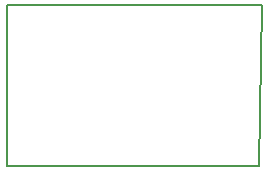
<source format=gbr>
%TF.GenerationSoftware,Novarm,DipTrace,3.3.0.1*%
%TF.CreationDate,2018-11-14T10:23:38-08:00*%
%FSLAX26Y26*%
%MOIN*%
%TF.FileFunction,Profile*%
%TF.Part,Single*%
%ADD11C,0.005512*%
G75*
G01*
%LPD*%
X393700Y931200D2*
D11*
X1243700D1*
X1231200Y393700D1*
X393700D1*
Y931200D1*
M02*

</source>
